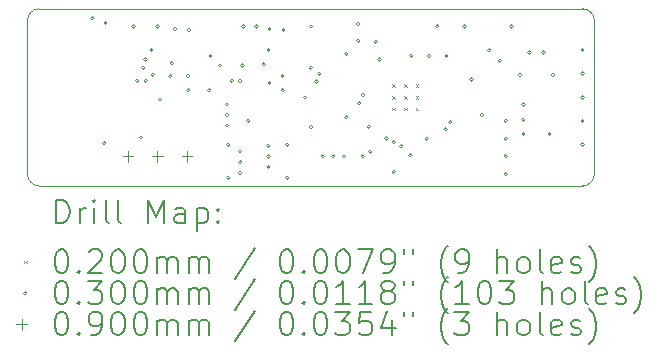
<source format=gbr>
%TF.GenerationSoftware,KiCad,Pcbnew,7.0.2*%
%TF.CreationDate,2024-01-22T16:16:29-06:00*%
%TF.ProjectId,imu-harvester,696d752d-6861-4727-9665-737465722e6b,rev?*%
%TF.SameCoordinates,Original*%
%TF.FileFunction,Drillmap*%
%TF.FilePolarity,Positive*%
%FSLAX45Y45*%
G04 Gerber Fmt 4.5, Leading zero omitted, Abs format (unit mm)*
G04 Created by KiCad (PCBNEW 7.0.2) date 2024-01-22 16:16:29*
%MOMM*%
%LPD*%
G01*
G04 APERTURE LIST*
%ADD10C,0.100000*%
%ADD11C,0.200000*%
%ADD12C,0.020000*%
%ADD13C,0.030000*%
%ADD14C,0.090000*%
G04 APERTURE END LIST*
D10*
X22400000Y-6250000D02*
X17800000Y-6250000D01*
X17800000Y-4750000D02*
X22400000Y-4750000D01*
X17800000Y-4750000D02*
G75*
G03*
X17700000Y-4850000I0J-100000D01*
G01*
X22500000Y-4850000D02*
G75*
G03*
X22400000Y-4750000I-100000J0D01*
G01*
X17700000Y-4850000D02*
X17700000Y-6150000D01*
X17700000Y-6150000D02*
G75*
G03*
X17800000Y-6250000I100000J0D01*
G01*
X22500000Y-6150000D02*
X22500000Y-4850000D01*
X22400000Y-6250000D02*
G75*
G03*
X22500000Y-6150000I0J100000D01*
G01*
D11*
D12*
X20790000Y-5390000D02*
X20810000Y-5410000D01*
X20810000Y-5390000D02*
X20790000Y-5410000D01*
X20790000Y-5490000D02*
X20810000Y-5510000D01*
X20810000Y-5490000D02*
X20790000Y-5510000D01*
X20790000Y-5590000D02*
X20810000Y-5610000D01*
X20810000Y-5590000D02*
X20790000Y-5610000D01*
X20890000Y-5390000D02*
X20910000Y-5410000D01*
X20910000Y-5390000D02*
X20890000Y-5410000D01*
X20890000Y-5490000D02*
X20910000Y-5510000D01*
X20910000Y-5490000D02*
X20890000Y-5510000D01*
X20890000Y-5590000D02*
X20910000Y-5610000D01*
X20910000Y-5590000D02*
X20890000Y-5610000D01*
X20990000Y-5390000D02*
X21010000Y-5410000D01*
X21010000Y-5390000D02*
X20990000Y-5410000D01*
X20990000Y-5490000D02*
X21010000Y-5510000D01*
X21010000Y-5490000D02*
X20990000Y-5510000D01*
X20990000Y-5590000D02*
X21010000Y-5610000D01*
X21010000Y-5590000D02*
X20990000Y-5610000D01*
D13*
X18265000Y-4830000D02*
G75*
G03*
X18265000Y-4830000I-15000J0D01*
G01*
X18365000Y-5890000D02*
G75*
G03*
X18365000Y-5890000I-15000J0D01*
G01*
X18375000Y-4870000D02*
G75*
G03*
X18375000Y-4870000I-15000J0D01*
G01*
X18615000Y-4900000D02*
G75*
G03*
X18615000Y-4900000I-15000J0D01*
G01*
X18645000Y-5360000D02*
G75*
G03*
X18645000Y-5360000I-15000J0D01*
G01*
X18675000Y-5840000D02*
G75*
G03*
X18675000Y-5840000I-15000J0D01*
G01*
X18695000Y-5250000D02*
G75*
G03*
X18695000Y-5250000I-15000J0D01*
G01*
X18715000Y-5180000D02*
G75*
G03*
X18715000Y-5180000I-15000J0D01*
G01*
X18715000Y-5360000D02*
G75*
G03*
X18715000Y-5360000I-15000J0D01*
G01*
X18765000Y-5100000D02*
G75*
G03*
X18765000Y-5100000I-15000J0D01*
G01*
X18775000Y-5310000D02*
G75*
G03*
X18775000Y-5310000I-15000J0D01*
G01*
X18815000Y-4900000D02*
G75*
G03*
X18815000Y-4900000I-15000J0D01*
G01*
X18838005Y-5519720D02*
G75*
G03*
X18838005Y-5519720I-15000J0D01*
G01*
X18925000Y-5320000D02*
G75*
G03*
X18925000Y-5320000I-15000J0D01*
G01*
X18936405Y-5211042D02*
G75*
G03*
X18936405Y-5211042I-15000J0D01*
G01*
X18965000Y-4920000D02*
G75*
G03*
X18965000Y-4920000I-15000J0D01*
G01*
X19075000Y-5320000D02*
G75*
G03*
X19075000Y-5320000I-15000J0D01*
G01*
X19075000Y-5440000D02*
G75*
G03*
X19075000Y-5440000I-15000J0D01*
G01*
X19085000Y-4930000D02*
G75*
G03*
X19085000Y-4930000I-15000J0D01*
G01*
X19255000Y-5440000D02*
G75*
G03*
X19255000Y-5440000I-15000J0D01*
G01*
X19265000Y-5150000D02*
G75*
G03*
X19265000Y-5150000I-15000J0D01*
G01*
X19345000Y-5230000D02*
G75*
G03*
X19345000Y-5230000I-15000J0D01*
G01*
X19405000Y-5560000D02*
G75*
G03*
X19405000Y-5560000I-15000J0D01*
G01*
X19405000Y-5650000D02*
G75*
G03*
X19405000Y-5650000I-15000J0D01*
G01*
X19405000Y-5740000D02*
G75*
G03*
X19405000Y-5740000I-15000J0D01*
G01*
X19415000Y-5900000D02*
G75*
G03*
X19415000Y-5900000I-15000J0D01*
G01*
X19415000Y-6180000D02*
G75*
G03*
X19415000Y-6180000I-15000J0D01*
G01*
X19445000Y-5360000D02*
G75*
G03*
X19445000Y-5360000I-15000J0D01*
G01*
X19515000Y-5360000D02*
G75*
G03*
X19515000Y-5360000I-15000J0D01*
G01*
X19515000Y-5960000D02*
G75*
G03*
X19515000Y-5960000I-15000J0D01*
G01*
X19515000Y-6050000D02*
G75*
G03*
X19515000Y-6050000I-15000J0D01*
G01*
X19515000Y-6140000D02*
G75*
G03*
X19515000Y-6140000I-15000J0D01*
G01*
X19535000Y-5230000D02*
G75*
G03*
X19535000Y-5230000I-15000J0D01*
G01*
X19545000Y-4900000D02*
G75*
G03*
X19545000Y-4900000I-15000J0D01*
G01*
X19585000Y-5700000D02*
G75*
G03*
X19585000Y-5700000I-15000J0D01*
G01*
X19655000Y-4900000D02*
G75*
G03*
X19655000Y-4900000I-15000J0D01*
G01*
X19715000Y-5220000D02*
G75*
G03*
X19715000Y-5220000I-15000J0D01*
G01*
X19755000Y-5100000D02*
G75*
G03*
X19755000Y-5100000I-15000J0D01*
G01*
X19755000Y-5910000D02*
G75*
G03*
X19755000Y-5910000I-15000J0D01*
G01*
X19755000Y-6000000D02*
G75*
G03*
X19755000Y-6000000I-15000J0D01*
G01*
X19755000Y-6090000D02*
G75*
G03*
X19755000Y-6090000I-15000J0D01*
G01*
X19765000Y-4920000D02*
G75*
G03*
X19765000Y-4920000I-15000J0D01*
G01*
X19765000Y-5380000D02*
G75*
G03*
X19765000Y-5380000I-15000J0D01*
G01*
X19875000Y-5320000D02*
G75*
G03*
X19875000Y-5320000I-15000J0D01*
G01*
X19875000Y-5440000D02*
G75*
G03*
X19875000Y-5440000I-15000J0D01*
G01*
X19885000Y-4930000D02*
G75*
G03*
X19885000Y-4930000I-15000J0D01*
G01*
X19915000Y-5900000D02*
G75*
G03*
X19915000Y-5900000I-15000J0D01*
G01*
X19915000Y-6180000D02*
G75*
G03*
X19915000Y-6180000I-15000J0D01*
G01*
X20065000Y-5500000D02*
G75*
G03*
X20065000Y-5500000I-15000J0D01*
G01*
X20113000Y-5250000D02*
G75*
G03*
X20113000Y-5250000I-15000J0D01*
G01*
X20115000Y-4900000D02*
G75*
G03*
X20115000Y-4900000I-15000J0D01*
G01*
X20115000Y-5750000D02*
G75*
G03*
X20115000Y-5750000I-15000J0D01*
G01*
X20163306Y-5365950D02*
G75*
G03*
X20163306Y-5365950I-15000J0D01*
G01*
X20185164Y-5299503D02*
G75*
G03*
X20185164Y-5299503I-15000J0D01*
G01*
X20215000Y-6000000D02*
G75*
G03*
X20215000Y-6000000I-15000J0D01*
G01*
X20305000Y-6000000D02*
G75*
G03*
X20305000Y-6000000I-15000J0D01*
G01*
X20395000Y-6000000D02*
G75*
G03*
X20395000Y-6000000I-15000J0D01*
G01*
X20415000Y-5130000D02*
G75*
G03*
X20415000Y-5130000I-15000J0D01*
G01*
X20415000Y-5670000D02*
G75*
G03*
X20415000Y-5670000I-15000J0D01*
G01*
X20515000Y-4880000D02*
G75*
G03*
X20515000Y-4880000I-15000J0D01*
G01*
X20515000Y-5020000D02*
G75*
G03*
X20515000Y-5020000I-15000J0D01*
G01*
X20525000Y-5550000D02*
G75*
G03*
X20525000Y-5550000I-15000J0D01*
G01*
X20555000Y-5480000D02*
G75*
G03*
X20555000Y-5480000I-15000J0D01*
G01*
X20555000Y-6000000D02*
G75*
G03*
X20555000Y-6000000I-15000J0D01*
G01*
X20605000Y-5750000D02*
G75*
G03*
X20605000Y-5750000I-15000J0D01*
G01*
X20617000Y-5960000D02*
G75*
G03*
X20617000Y-5960000I-15000J0D01*
G01*
X20665000Y-5030000D02*
G75*
G03*
X20665000Y-5030000I-15000J0D01*
G01*
X20695000Y-5180000D02*
G75*
G03*
X20695000Y-5180000I-15000J0D01*
G01*
X20755000Y-5850000D02*
G75*
G03*
X20755000Y-5850000I-15000J0D01*
G01*
X20815000Y-6130000D02*
G75*
G03*
X20815000Y-6130000I-15000J0D01*
G01*
X20817565Y-5881283D02*
G75*
G03*
X20817565Y-5881283I-15000J0D01*
G01*
X20880131Y-5912565D02*
G75*
G03*
X20880131Y-5912565I-15000J0D01*
G01*
X20955000Y-5990000D02*
G75*
G03*
X20955000Y-5990000I-15000J0D01*
G01*
X20965000Y-5150000D02*
G75*
G03*
X20965000Y-5150000I-15000J0D01*
G01*
X21095000Y-5850000D02*
G75*
G03*
X21095000Y-5850000I-15000J0D01*
G01*
X21115000Y-5150000D02*
G75*
G03*
X21115000Y-5150000I-15000J0D01*
G01*
X21185000Y-4900000D02*
G75*
G03*
X21185000Y-4900000I-15000J0D01*
G01*
X21255000Y-5770000D02*
G75*
G03*
X21255000Y-5770000I-15000J0D01*
G01*
X21265000Y-5150000D02*
G75*
G03*
X21265000Y-5150000I-15000J0D01*
G01*
X21295000Y-5710000D02*
G75*
G03*
X21295000Y-5710000I-15000J0D01*
G01*
X21415000Y-4900000D02*
G75*
G03*
X21415000Y-4900000I-15000J0D01*
G01*
X21475000Y-5350000D02*
G75*
G03*
X21475000Y-5350000I-15000J0D01*
G01*
X21565000Y-5650000D02*
G75*
G03*
X21565000Y-5650000I-15000J0D01*
G01*
X21625000Y-5100000D02*
G75*
G03*
X21625000Y-5100000I-15000J0D01*
G01*
X21715000Y-5190000D02*
G75*
G03*
X21715000Y-5190000I-15000J0D01*
G01*
X21765000Y-5700000D02*
G75*
G03*
X21765000Y-5700000I-15000J0D01*
G01*
X21765000Y-5850000D02*
G75*
G03*
X21765000Y-5850000I-15000J0D01*
G01*
X21765000Y-6000000D02*
G75*
G03*
X21765000Y-6000000I-15000J0D01*
G01*
X21765000Y-6150000D02*
G75*
G03*
X21765000Y-6150000I-15000J0D01*
G01*
X21815000Y-4900000D02*
G75*
G03*
X21815000Y-4900000I-15000J0D01*
G01*
X21885000Y-5310000D02*
G75*
G03*
X21885000Y-5310000I-15000J0D01*
G01*
X21915000Y-5560000D02*
G75*
G03*
X21915000Y-5560000I-15000J0D01*
G01*
X21915000Y-5690000D02*
G75*
G03*
X21915000Y-5690000I-15000J0D01*
G01*
X21915000Y-5810000D02*
G75*
G03*
X21915000Y-5810000I-15000J0D01*
G01*
X21965000Y-5120000D02*
G75*
G03*
X21965000Y-5120000I-15000J0D01*
G01*
X22085000Y-5120000D02*
G75*
G03*
X22085000Y-5120000I-15000J0D01*
G01*
X22135000Y-5810000D02*
G75*
G03*
X22135000Y-5810000I-15000J0D01*
G01*
X22165000Y-5310000D02*
G75*
G03*
X22165000Y-5310000I-15000J0D01*
G01*
X22415000Y-5100000D02*
G75*
G03*
X22415000Y-5100000I-15000J0D01*
G01*
X22415000Y-5300000D02*
G75*
G03*
X22415000Y-5300000I-15000J0D01*
G01*
X22415000Y-5500000D02*
G75*
G03*
X22415000Y-5500000I-15000J0D01*
G01*
X22415000Y-5700000D02*
G75*
G03*
X22415000Y-5700000I-15000J0D01*
G01*
X22415000Y-5900000D02*
G75*
G03*
X22415000Y-5900000I-15000J0D01*
G01*
D14*
X18550000Y-5955000D02*
X18550000Y-6045000D01*
X18505000Y-6000000D02*
X18595000Y-6000000D01*
X18800000Y-5955000D02*
X18800000Y-6045000D01*
X18755000Y-6000000D02*
X18845000Y-6000000D01*
X19050000Y-5955000D02*
X19050000Y-6045000D01*
X19005000Y-6000000D02*
X19095000Y-6000000D01*
D11*
X17942619Y-6567524D02*
X17942619Y-6367524D01*
X17942619Y-6367524D02*
X17990238Y-6367524D01*
X17990238Y-6367524D02*
X18018810Y-6377047D01*
X18018810Y-6377047D02*
X18037857Y-6396095D01*
X18037857Y-6396095D02*
X18047381Y-6415143D01*
X18047381Y-6415143D02*
X18056905Y-6453238D01*
X18056905Y-6453238D02*
X18056905Y-6481809D01*
X18056905Y-6481809D02*
X18047381Y-6519905D01*
X18047381Y-6519905D02*
X18037857Y-6538952D01*
X18037857Y-6538952D02*
X18018810Y-6558000D01*
X18018810Y-6558000D02*
X17990238Y-6567524D01*
X17990238Y-6567524D02*
X17942619Y-6567524D01*
X18142619Y-6567524D02*
X18142619Y-6434190D01*
X18142619Y-6472286D02*
X18152143Y-6453238D01*
X18152143Y-6453238D02*
X18161667Y-6443714D01*
X18161667Y-6443714D02*
X18180714Y-6434190D01*
X18180714Y-6434190D02*
X18199762Y-6434190D01*
X18266429Y-6567524D02*
X18266429Y-6434190D01*
X18266429Y-6367524D02*
X18256905Y-6377047D01*
X18256905Y-6377047D02*
X18266429Y-6386571D01*
X18266429Y-6386571D02*
X18275952Y-6377047D01*
X18275952Y-6377047D02*
X18266429Y-6367524D01*
X18266429Y-6367524D02*
X18266429Y-6386571D01*
X18390238Y-6567524D02*
X18371190Y-6558000D01*
X18371190Y-6558000D02*
X18361667Y-6538952D01*
X18361667Y-6538952D02*
X18361667Y-6367524D01*
X18495000Y-6567524D02*
X18475952Y-6558000D01*
X18475952Y-6558000D02*
X18466429Y-6538952D01*
X18466429Y-6538952D02*
X18466429Y-6367524D01*
X18723571Y-6567524D02*
X18723571Y-6367524D01*
X18723571Y-6367524D02*
X18790238Y-6510381D01*
X18790238Y-6510381D02*
X18856905Y-6367524D01*
X18856905Y-6367524D02*
X18856905Y-6567524D01*
X19037857Y-6567524D02*
X19037857Y-6462762D01*
X19037857Y-6462762D02*
X19028333Y-6443714D01*
X19028333Y-6443714D02*
X19009286Y-6434190D01*
X19009286Y-6434190D02*
X18971190Y-6434190D01*
X18971190Y-6434190D02*
X18952143Y-6443714D01*
X19037857Y-6558000D02*
X19018810Y-6567524D01*
X19018810Y-6567524D02*
X18971190Y-6567524D01*
X18971190Y-6567524D02*
X18952143Y-6558000D01*
X18952143Y-6558000D02*
X18942619Y-6538952D01*
X18942619Y-6538952D02*
X18942619Y-6519905D01*
X18942619Y-6519905D02*
X18952143Y-6500857D01*
X18952143Y-6500857D02*
X18971190Y-6491333D01*
X18971190Y-6491333D02*
X19018810Y-6491333D01*
X19018810Y-6491333D02*
X19037857Y-6481809D01*
X19133095Y-6434190D02*
X19133095Y-6634190D01*
X19133095Y-6443714D02*
X19152143Y-6434190D01*
X19152143Y-6434190D02*
X19190238Y-6434190D01*
X19190238Y-6434190D02*
X19209286Y-6443714D01*
X19209286Y-6443714D02*
X19218810Y-6453238D01*
X19218810Y-6453238D02*
X19228333Y-6472286D01*
X19228333Y-6472286D02*
X19228333Y-6529428D01*
X19228333Y-6529428D02*
X19218810Y-6548476D01*
X19218810Y-6548476D02*
X19209286Y-6558000D01*
X19209286Y-6558000D02*
X19190238Y-6567524D01*
X19190238Y-6567524D02*
X19152143Y-6567524D01*
X19152143Y-6567524D02*
X19133095Y-6558000D01*
X19314048Y-6548476D02*
X19323571Y-6558000D01*
X19323571Y-6558000D02*
X19314048Y-6567524D01*
X19314048Y-6567524D02*
X19304524Y-6558000D01*
X19304524Y-6558000D02*
X19314048Y-6548476D01*
X19314048Y-6548476D02*
X19314048Y-6567524D01*
X19314048Y-6443714D02*
X19323571Y-6453238D01*
X19323571Y-6453238D02*
X19314048Y-6462762D01*
X19314048Y-6462762D02*
X19304524Y-6453238D01*
X19304524Y-6453238D02*
X19314048Y-6443714D01*
X19314048Y-6443714D02*
X19314048Y-6462762D01*
D12*
X17675000Y-6885000D02*
X17695000Y-6905000D01*
X17695000Y-6885000D02*
X17675000Y-6905000D01*
D11*
X17980714Y-6787524D02*
X17999762Y-6787524D01*
X17999762Y-6787524D02*
X18018810Y-6797047D01*
X18018810Y-6797047D02*
X18028333Y-6806571D01*
X18028333Y-6806571D02*
X18037857Y-6825619D01*
X18037857Y-6825619D02*
X18047381Y-6863714D01*
X18047381Y-6863714D02*
X18047381Y-6911333D01*
X18047381Y-6911333D02*
X18037857Y-6949428D01*
X18037857Y-6949428D02*
X18028333Y-6968476D01*
X18028333Y-6968476D02*
X18018810Y-6978000D01*
X18018810Y-6978000D02*
X17999762Y-6987524D01*
X17999762Y-6987524D02*
X17980714Y-6987524D01*
X17980714Y-6987524D02*
X17961667Y-6978000D01*
X17961667Y-6978000D02*
X17952143Y-6968476D01*
X17952143Y-6968476D02*
X17942619Y-6949428D01*
X17942619Y-6949428D02*
X17933095Y-6911333D01*
X17933095Y-6911333D02*
X17933095Y-6863714D01*
X17933095Y-6863714D02*
X17942619Y-6825619D01*
X17942619Y-6825619D02*
X17952143Y-6806571D01*
X17952143Y-6806571D02*
X17961667Y-6797047D01*
X17961667Y-6797047D02*
X17980714Y-6787524D01*
X18133095Y-6968476D02*
X18142619Y-6978000D01*
X18142619Y-6978000D02*
X18133095Y-6987524D01*
X18133095Y-6987524D02*
X18123571Y-6978000D01*
X18123571Y-6978000D02*
X18133095Y-6968476D01*
X18133095Y-6968476D02*
X18133095Y-6987524D01*
X18218810Y-6806571D02*
X18228333Y-6797047D01*
X18228333Y-6797047D02*
X18247381Y-6787524D01*
X18247381Y-6787524D02*
X18295000Y-6787524D01*
X18295000Y-6787524D02*
X18314048Y-6797047D01*
X18314048Y-6797047D02*
X18323571Y-6806571D01*
X18323571Y-6806571D02*
X18333095Y-6825619D01*
X18333095Y-6825619D02*
X18333095Y-6844666D01*
X18333095Y-6844666D02*
X18323571Y-6873238D01*
X18323571Y-6873238D02*
X18209286Y-6987524D01*
X18209286Y-6987524D02*
X18333095Y-6987524D01*
X18456905Y-6787524D02*
X18475952Y-6787524D01*
X18475952Y-6787524D02*
X18495000Y-6797047D01*
X18495000Y-6797047D02*
X18504524Y-6806571D01*
X18504524Y-6806571D02*
X18514048Y-6825619D01*
X18514048Y-6825619D02*
X18523571Y-6863714D01*
X18523571Y-6863714D02*
X18523571Y-6911333D01*
X18523571Y-6911333D02*
X18514048Y-6949428D01*
X18514048Y-6949428D02*
X18504524Y-6968476D01*
X18504524Y-6968476D02*
X18495000Y-6978000D01*
X18495000Y-6978000D02*
X18475952Y-6987524D01*
X18475952Y-6987524D02*
X18456905Y-6987524D01*
X18456905Y-6987524D02*
X18437857Y-6978000D01*
X18437857Y-6978000D02*
X18428333Y-6968476D01*
X18428333Y-6968476D02*
X18418810Y-6949428D01*
X18418810Y-6949428D02*
X18409286Y-6911333D01*
X18409286Y-6911333D02*
X18409286Y-6863714D01*
X18409286Y-6863714D02*
X18418810Y-6825619D01*
X18418810Y-6825619D02*
X18428333Y-6806571D01*
X18428333Y-6806571D02*
X18437857Y-6797047D01*
X18437857Y-6797047D02*
X18456905Y-6787524D01*
X18647381Y-6787524D02*
X18666429Y-6787524D01*
X18666429Y-6787524D02*
X18685476Y-6797047D01*
X18685476Y-6797047D02*
X18695000Y-6806571D01*
X18695000Y-6806571D02*
X18704524Y-6825619D01*
X18704524Y-6825619D02*
X18714048Y-6863714D01*
X18714048Y-6863714D02*
X18714048Y-6911333D01*
X18714048Y-6911333D02*
X18704524Y-6949428D01*
X18704524Y-6949428D02*
X18695000Y-6968476D01*
X18695000Y-6968476D02*
X18685476Y-6978000D01*
X18685476Y-6978000D02*
X18666429Y-6987524D01*
X18666429Y-6987524D02*
X18647381Y-6987524D01*
X18647381Y-6987524D02*
X18628333Y-6978000D01*
X18628333Y-6978000D02*
X18618810Y-6968476D01*
X18618810Y-6968476D02*
X18609286Y-6949428D01*
X18609286Y-6949428D02*
X18599762Y-6911333D01*
X18599762Y-6911333D02*
X18599762Y-6863714D01*
X18599762Y-6863714D02*
X18609286Y-6825619D01*
X18609286Y-6825619D02*
X18618810Y-6806571D01*
X18618810Y-6806571D02*
X18628333Y-6797047D01*
X18628333Y-6797047D02*
X18647381Y-6787524D01*
X18799762Y-6987524D02*
X18799762Y-6854190D01*
X18799762Y-6873238D02*
X18809286Y-6863714D01*
X18809286Y-6863714D02*
X18828333Y-6854190D01*
X18828333Y-6854190D02*
X18856905Y-6854190D01*
X18856905Y-6854190D02*
X18875952Y-6863714D01*
X18875952Y-6863714D02*
X18885476Y-6882762D01*
X18885476Y-6882762D02*
X18885476Y-6987524D01*
X18885476Y-6882762D02*
X18895000Y-6863714D01*
X18895000Y-6863714D02*
X18914048Y-6854190D01*
X18914048Y-6854190D02*
X18942619Y-6854190D01*
X18942619Y-6854190D02*
X18961667Y-6863714D01*
X18961667Y-6863714D02*
X18971191Y-6882762D01*
X18971191Y-6882762D02*
X18971191Y-6987524D01*
X19066429Y-6987524D02*
X19066429Y-6854190D01*
X19066429Y-6873238D02*
X19075952Y-6863714D01*
X19075952Y-6863714D02*
X19095000Y-6854190D01*
X19095000Y-6854190D02*
X19123572Y-6854190D01*
X19123572Y-6854190D02*
X19142619Y-6863714D01*
X19142619Y-6863714D02*
X19152143Y-6882762D01*
X19152143Y-6882762D02*
X19152143Y-6987524D01*
X19152143Y-6882762D02*
X19161667Y-6863714D01*
X19161667Y-6863714D02*
X19180714Y-6854190D01*
X19180714Y-6854190D02*
X19209286Y-6854190D01*
X19209286Y-6854190D02*
X19228333Y-6863714D01*
X19228333Y-6863714D02*
X19237857Y-6882762D01*
X19237857Y-6882762D02*
X19237857Y-6987524D01*
X19628333Y-6778000D02*
X19456905Y-7035143D01*
X19885476Y-6787524D02*
X19904524Y-6787524D01*
X19904524Y-6787524D02*
X19923572Y-6797047D01*
X19923572Y-6797047D02*
X19933095Y-6806571D01*
X19933095Y-6806571D02*
X19942619Y-6825619D01*
X19942619Y-6825619D02*
X19952143Y-6863714D01*
X19952143Y-6863714D02*
X19952143Y-6911333D01*
X19952143Y-6911333D02*
X19942619Y-6949428D01*
X19942619Y-6949428D02*
X19933095Y-6968476D01*
X19933095Y-6968476D02*
X19923572Y-6978000D01*
X19923572Y-6978000D02*
X19904524Y-6987524D01*
X19904524Y-6987524D02*
X19885476Y-6987524D01*
X19885476Y-6987524D02*
X19866429Y-6978000D01*
X19866429Y-6978000D02*
X19856905Y-6968476D01*
X19856905Y-6968476D02*
X19847381Y-6949428D01*
X19847381Y-6949428D02*
X19837857Y-6911333D01*
X19837857Y-6911333D02*
X19837857Y-6863714D01*
X19837857Y-6863714D02*
X19847381Y-6825619D01*
X19847381Y-6825619D02*
X19856905Y-6806571D01*
X19856905Y-6806571D02*
X19866429Y-6797047D01*
X19866429Y-6797047D02*
X19885476Y-6787524D01*
X20037857Y-6968476D02*
X20047381Y-6978000D01*
X20047381Y-6978000D02*
X20037857Y-6987524D01*
X20037857Y-6987524D02*
X20028334Y-6978000D01*
X20028334Y-6978000D02*
X20037857Y-6968476D01*
X20037857Y-6968476D02*
X20037857Y-6987524D01*
X20171191Y-6787524D02*
X20190238Y-6787524D01*
X20190238Y-6787524D02*
X20209286Y-6797047D01*
X20209286Y-6797047D02*
X20218810Y-6806571D01*
X20218810Y-6806571D02*
X20228334Y-6825619D01*
X20228334Y-6825619D02*
X20237857Y-6863714D01*
X20237857Y-6863714D02*
X20237857Y-6911333D01*
X20237857Y-6911333D02*
X20228334Y-6949428D01*
X20228334Y-6949428D02*
X20218810Y-6968476D01*
X20218810Y-6968476D02*
X20209286Y-6978000D01*
X20209286Y-6978000D02*
X20190238Y-6987524D01*
X20190238Y-6987524D02*
X20171191Y-6987524D01*
X20171191Y-6987524D02*
X20152143Y-6978000D01*
X20152143Y-6978000D02*
X20142619Y-6968476D01*
X20142619Y-6968476D02*
X20133095Y-6949428D01*
X20133095Y-6949428D02*
X20123572Y-6911333D01*
X20123572Y-6911333D02*
X20123572Y-6863714D01*
X20123572Y-6863714D02*
X20133095Y-6825619D01*
X20133095Y-6825619D02*
X20142619Y-6806571D01*
X20142619Y-6806571D02*
X20152143Y-6797047D01*
X20152143Y-6797047D02*
X20171191Y-6787524D01*
X20361667Y-6787524D02*
X20380715Y-6787524D01*
X20380715Y-6787524D02*
X20399762Y-6797047D01*
X20399762Y-6797047D02*
X20409286Y-6806571D01*
X20409286Y-6806571D02*
X20418810Y-6825619D01*
X20418810Y-6825619D02*
X20428334Y-6863714D01*
X20428334Y-6863714D02*
X20428334Y-6911333D01*
X20428334Y-6911333D02*
X20418810Y-6949428D01*
X20418810Y-6949428D02*
X20409286Y-6968476D01*
X20409286Y-6968476D02*
X20399762Y-6978000D01*
X20399762Y-6978000D02*
X20380715Y-6987524D01*
X20380715Y-6987524D02*
X20361667Y-6987524D01*
X20361667Y-6987524D02*
X20342619Y-6978000D01*
X20342619Y-6978000D02*
X20333095Y-6968476D01*
X20333095Y-6968476D02*
X20323572Y-6949428D01*
X20323572Y-6949428D02*
X20314048Y-6911333D01*
X20314048Y-6911333D02*
X20314048Y-6863714D01*
X20314048Y-6863714D02*
X20323572Y-6825619D01*
X20323572Y-6825619D02*
X20333095Y-6806571D01*
X20333095Y-6806571D02*
X20342619Y-6797047D01*
X20342619Y-6797047D02*
X20361667Y-6787524D01*
X20495000Y-6787524D02*
X20628334Y-6787524D01*
X20628334Y-6787524D02*
X20542619Y-6987524D01*
X20714048Y-6987524D02*
X20752143Y-6987524D01*
X20752143Y-6987524D02*
X20771191Y-6978000D01*
X20771191Y-6978000D02*
X20780715Y-6968476D01*
X20780715Y-6968476D02*
X20799762Y-6939905D01*
X20799762Y-6939905D02*
X20809286Y-6901809D01*
X20809286Y-6901809D02*
X20809286Y-6825619D01*
X20809286Y-6825619D02*
X20799762Y-6806571D01*
X20799762Y-6806571D02*
X20790238Y-6797047D01*
X20790238Y-6797047D02*
X20771191Y-6787524D01*
X20771191Y-6787524D02*
X20733095Y-6787524D01*
X20733095Y-6787524D02*
X20714048Y-6797047D01*
X20714048Y-6797047D02*
X20704524Y-6806571D01*
X20704524Y-6806571D02*
X20695000Y-6825619D01*
X20695000Y-6825619D02*
X20695000Y-6873238D01*
X20695000Y-6873238D02*
X20704524Y-6892286D01*
X20704524Y-6892286D02*
X20714048Y-6901809D01*
X20714048Y-6901809D02*
X20733095Y-6911333D01*
X20733095Y-6911333D02*
X20771191Y-6911333D01*
X20771191Y-6911333D02*
X20790238Y-6901809D01*
X20790238Y-6901809D02*
X20799762Y-6892286D01*
X20799762Y-6892286D02*
X20809286Y-6873238D01*
X20885476Y-6787524D02*
X20885476Y-6825619D01*
X20961667Y-6787524D02*
X20961667Y-6825619D01*
X21256905Y-7063714D02*
X21247381Y-7054190D01*
X21247381Y-7054190D02*
X21228334Y-7025619D01*
X21228334Y-7025619D02*
X21218810Y-7006571D01*
X21218810Y-7006571D02*
X21209286Y-6978000D01*
X21209286Y-6978000D02*
X21199762Y-6930381D01*
X21199762Y-6930381D02*
X21199762Y-6892286D01*
X21199762Y-6892286D02*
X21209286Y-6844666D01*
X21209286Y-6844666D02*
X21218810Y-6816095D01*
X21218810Y-6816095D02*
X21228334Y-6797047D01*
X21228334Y-6797047D02*
X21247381Y-6768476D01*
X21247381Y-6768476D02*
X21256905Y-6758952D01*
X21342619Y-6987524D02*
X21380715Y-6987524D01*
X21380715Y-6987524D02*
X21399762Y-6978000D01*
X21399762Y-6978000D02*
X21409286Y-6968476D01*
X21409286Y-6968476D02*
X21428334Y-6939905D01*
X21428334Y-6939905D02*
X21437857Y-6901809D01*
X21437857Y-6901809D02*
X21437857Y-6825619D01*
X21437857Y-6825619D02*
X21428334Y-6806571D01*
X21428334Y-6806571D02*
X21418810Y-6797047D01*
X21418810Y-6797047D02*
X21399762Y-6787524D01*
X21399762Y-6787524D02*
X21361667Y-6787524D01*
X21361667Y-6787524D02*
X21342619Y-6797047D01*
X21342619Y-6797047D02*
X21333096Y-6806571D01*
X21333096Y-6806571D02*
X21323572Y-6825619D01*
X21323572Y-6825619D02*
X21323572Y-6873238D01*
X21323572Y-6873238D02*
X21333096Y-6892286D01*
X21333096Y-6892286D02*
X21342619Y-6901809D01*
X21342619Y-6901809D02*
X21361667Y-6911333D01*
X21361667Y-6911333D02*
X21399762Y-6911333D01*
X21399762Y-6911333D02*
X21418810Y-6901809D01*
X21418810Y-6901809D02*
X21428334Y-6892286D01*
X21428334Y-6892286D02*
X21437857Y-6873238D01*
X21675953Y-6987524D02*
X21675953Y-6787524D01*
X21761667Y-6987524D02*
X21761667Y-6882762D01*
X21761667Y-6882762D02*
X21752143Y-6863714D01*
X21752143Y-6863714D02*
X21733096Y-6854190D01*
X21733096Y-6854190D02*
X21704524Y-6854190D01*
X21704524Y-6854190D02*
X21685477Y-6863714D01*
X21685477Y-6863714D02*
X21675953Y-6873238D01*
X21885477Y-6987524D02*
X21866429Y-6978000D01*
X21866429Y-6978000D02*
X21856905Y-6968476D01*
X21856905Y-6968476D02*
X21847381Y-6949428D01*
X21847381Y-6949428D02*
X21847381Y-6892286D01*
X21847381Y-6892286D02*
X21856905Y-6873238D01*
X21856905Y-6873238D02*
X21866429Y-6863714D01*
X21866429Y-6863714D02*
X21885477Y-6854190D01*
X21885477Y-6854190D02*
X21914048Y-6854190D01*
X21914048Y-6854190D02*
X21933096Y-6863714D01*
X21933096Y-6863714D02*
X21942619Y-6873238D01*
X21942619Y-6873238D02*
X21952143Y-6892286D01*
X21952143Y-6892286D02*
X21952143Y-6949428D01*
X21952143Y-6949428D02*
X21942619Y-6968476D01*
X21942619Y-6968476D02*
X21933096Y-6978000D01*
X21933096Y-6978000D02*
X21914048Y-6987524D01*
X21914048Y-6987524D02*
X21885477Y-6987524D01*
X22066429Y-6987524D02*
X22047381Y-6978000D01*
X22047381Y-6978000D02*
X22037858Y-6958952D01*
X22037858Y-6958952D02*
X22037858Y-6787524D01*
X22218810Y-6978000D02*
X22199762Y-6987524D01*
X22199762Y-6987524D02*
X22161667Y-6987524D01*
X22161667Y-6987524D02*
X22142619Y-6978000D01*
X22142619Y-6978000D02*
X22133096Y-6958952D01*
X22133096Y-6958952D02*
X22133096Y-6882762D01*
X22133096Y-6882762D02*
X22142619Y-6863714D01*
X22142619Y-6863714D02*
X22161667Y-6854190D01*
X22161667Y-6854190D02*
X22199762Y-6854190D01*
X22199762Y-6854190D02*
X22218810Y-6863714D01*
X22218810Y-6863714D02*
X22228334Y-6882762D01*
X22228334Y-6882762D02*
X22228334Y-6901809D01*
X22228334Y-6901809D02*
X22133096Y-6920857D01*
X22304524Y-6978000D02*
X22323572Y-6987524D01*
X22323572Y-6987524D02*
X22361667Y-6987524D01*
X22361667Y-6987524D02*
X22380715Y-6978000D01*
X22380715Y-6978000D02*
X22390238Y-6958952D01*
X22390238Y-6958952D02*
X22390238Y-6949428D01*
X22390238Y-6949428D02*
X22380715Y-6930381D01*
X22380715Y-6930381D02*
X22361667Y-6920857D01*
X22361667Y-6920857D02*
X22333096Y-6920857D01*
X22333096Y-6920857D02*
X22314048Y-6911333D01*
X22314048Y-6911333D02*
X22304524Y-6892286D01*
X22304524Y-6892286D02*
X22304524Y-6882762D01*
X22304524Y-6882762D02*
X22314048Y-6863714D01*
X22314048Y-6863714D02*
X22333096Y-6854190D01*
X22333096Y-6854190D02*
X22361667Y-6854190D01*
X22361667Y-6854190D02*
X22380715Y-6863714D01*
X22456905Y-7063714D02*
X22466429Y-7054190D01*
X22466429Y-7054190D02*
X22485477Y-7025619D01*
X22485477Y-7025619D02*
X22495000Y-7006571D01*
X22495000Y-7006571D02*
X22504524Y-6978000D01*
X22504524Y-6978000D02*
X22514048Y-6930381D01*
X22514048Y-6930381D02*
X22514048Y-6892286D01*
X22514048Y-6892286D02*
X22504524Y-6844666D01*
X22504524Y-6844666D02*
X22495000Y-6816095D01*
X22495000Y-6816095D02*
X22485477Y-6797047D01*
X22485477Y-6797047D02*
X22466429Y-6768476D01*
X22466429Y-6768476D02*
X22456905Y-6758952D01*
D13*
X17695000Y-7159000D02*
G75*
G03*
X17695000Y-7159000I-15000J0D01*
G01*
D11*
X17980714Y-7051524D02*
X17999762Y-7051524D01*
X17999762Y-7051524D02*
X18018810Y-7061047D01*
X18018810Y-7061047D02*
X18028333Y-7070571D01*
X18028333Y-7070571D02*
X18037857Y-7089619D01*
X18037857Y-7089619D02*
X18047381Y-7127714D01*
X18047381Y-7127714D02*
X18047381Y-7175333D01*
X18047381Y-7175333D02*
X18037857Y-7213428D01*
X18037857Y-7213428D02*
X18028333Y-7232476D01*
X18028333Y-7232476D02*
X18018810Y-7242000D01*
X18018810Y-7242000D02*
X17999762Y-7251524D01*
X17999762Y-7251524D02*
X17980714Y-7251524D01*
X17980714Y-7251524D02*
X17961667Y-7242000D01*
X17961667Y-7242000D02*
X17952143Y-7232476D01*
X17952143Y-7232476D02*
X17942619Y-7213428D01*
X17942619Y-7213428D02*
X17933095Y-7175333D01*
X17933095Y-7175333D02*
X17933095Y-7127714D01*
X17933095Y-7127714D02*
X17942619Y-7089619D01*
X17942619Y-7089619D02*
X17952143Y-7070571D01*
X17952143Y-7070571D02*
X17961667Y-7061047D01*
X17961667Y-7061047D02*
X17980714Y-7051524D01*
X18133095Y-7232476D02*
X18142619Y-7242000D01*
X18142619Y-7242000D02*
X18133095Y-7251524D01*
X18133095Y-7251524D02*
X18123571Y-7242000D01*
X18123571Y-7242000D02*
X18133095Y-7232476D01*
X18133095Y-7232476D02*
X18133095Y-7251524D01*
X18209286Y-7051524D02*
X18333095Y-7051524D01*
X18333095Y-7051524D02*
X18266429Y-7127714D01*
X18266429Y-7127714D02*
X18295000Y-7127714D01*
X18295000Y-7127714D02*
X18314048Y-7137238D01*
X18314048Y-7137238D02*
X18323571Y-7146762D01*
X18323571Y-7146762D02*
X18333095Y-7165809D01*
X18333095Y-7165809D02*
X18333095Y-7213428D01*
X18333095Y-7213428D02*
X18323571Y-7232476D01*
X18323571Y-7232476D02*
X18314048Y-7242000D01*
X18314048Y-7242000D02*
X18295000Y-7251524D01*
X18295000Y-7251524D02*
X18237857Y-7251524D01*
X18237857Y-7251524D02*
X18218810Y-7242000D01*
X18218810Y-7242000D02*
X18209286Y-7232476D01*
X18456905Y-7051524D02*
X18475952Y-7051524D01*
X18475952Y-7051524D02*
X18495000Y-7061047D01*
X18495000Y-7061047D02*
X18504524Y-7070571D01*
X18504524Y-7070571D02*
X18514048Y-7089619D01*
X18514048Y-7089619D02*
X18523571Y-7127714D01*
X18523571Y-7127714D02*
X18523571Y-7175333D01*
X18523571Y-7175333D02*
X18514048Y-7213428D01*
X18514048Y-7213428D02*
X18504524Y-7232476D01*
X18504524Y-7232476D02*
X18495000Y-7242000D01*
X18495000Y-7242000D02*
X18475952Y-7251524D01*
X18475952Y-7251524D02*
X18456905Y-7251524D01*
X18456905Y-7251524D02*
X18437857Y-7242000D01*
X18437857Y-7242000D02*
X18428333Y-7232476D01*
X18428333Y-7232476D02*
X18418810Y-7213428D01*
X18418810Y-7213428D02*
X18409286Y-7175333D01*
X18409286Y-7175333D02*
X18409286Y-7127714D01*
X18409286Y-7127714D02*
X18418810Y-7089619D01*
X18418810Y-7089619D02*
X18428333Y-7070571D01*
X18428333Y-7070571D02*
X18437857Y-7061047D01*
X18437857Y-7061047D02*
X18456905Y-7051524D01*
X18647381Y-7051524D02*
X18666429Y-7051524D01*
X18666429Y-7051524D02*
X18685476Y-7061047D01*
X18685476Y-7061047D02*
X18695000Y-7070571D01*
X18695000Y-7070571D02*
X18704524Y-7089619D01*
X18704524Y-7089619D02*
X18714048Y-7127714D01*
X18714048Y-7127714D02*
X18714048Y-7175333D01*
X18714048Y-7175333D02*
X18704524Y-7213428D01*
X18704524Y-7213428D02*
X18695000Y-7232476D01*
X18695000Y-7232476D02*
X18685476Y-7242000D01*
X18685476Y-7242000D02*
X18666429Y-7251524D01*
X18666429Y-7251524D02*
X18647381Y-7251524D01*
X18647381Y-7251524D02*
X18628333Y-7242000D01*
X18628333Y-7242000D02*
X18618810Y-7232476D01*
X18618810Y-7232476D02*
X18609286Y-7213428D01*
X18609286Y-7213428D02*
X18599762Y-7175333D01*
X18599762Y-7175333D02*
X18599762Y-7127714D01*
X18599762Y-7127714D02*
X18609286Y-7089619D01*
X18609286Y-7089619D02*
X18618810Y-7070571D01*
X18618810Y-7070571D02*
X18628333Y-7061047D01*
X18628333Y-7061047D02*
X18647381Y-7051524D01*
X18799762Y-7251524D02*
X18799762Y-7118190D01*
X18799762Y-7137238D02*
X18809286Y-7127714D01*
X18809286Y-7127714D02*
X18828333Y-7118190D01*
X18828333Y-7118190D02*
X18856905Y-7118190D01*
X18856905Y-7118190D02*
X18875952Y-7127714D01*
X18875952Y-7127714D02*
X18885476Y-7146762D01*
X18885476Y-7146762D02*
X18885476Y-7251524D01*
X18885476Y-7146762D02*
X18895000Y-7127714D01*
X18895000Y-7127714D02*
X18914048Y-7118190D01*
X18914048Y-7118190D02*
X18942619Y-7118190D01*
X18942619Y-7118190D02*
X18961667Y-7127714D01*
X18961667Y-7127714D02*
X18971191Y-7146762D01*
X18971191Y-7146762D02*
X18971191Y-7251524D01*
X19066429Y-7251524D02*
X19066429Y-7118190D01*
X19066429Y-7137238D02*
X19075952Y-7127714D01*
X19075952Y-7127714D02*
X19095000Y-7118190D01*
X19095000Y-7118190D02*
X19123572Y-7118190D01*
X19123572Y-7118190D02*
X19142619Y-7127714D01*
X19142619Y-7127714D02*
X19152143Y-7146762D01*
X19152143Y-7146762D02*
X19152143Y-7251524D01*
X19152143Y-7146762D02*
X19161667Y-7127714D01*
X19161667Y-7127714D02*
X19180714Y-7118190D01*
X19180714Y-7118190D02*
X19209286Y-7118190D01*
X19209286Y-7118190D02*
X19228333Y-7127714D01*
X19228333Y-7127714D02*
X19237857Y-7146762D01*
X19237857Y-7146762D02*
X19237857Y-7251524D01*
X19628333Y-7042000D02*
X19456905Y-7299143D01*
X19885476Y-7051524D02*
X19904524Y-7051524D01*
X19904524Y-7051524D02*
X19923572Y-7061047D01*
X19923572Y-7061047D02*
X19933095Y-7070571D01*
X19933095Y-7070571D02*
X19942619Y-7089619D01*
X19942619Y-7089619D02*
X19952143Y-7127714D01*
X19952143Y-7127714D02*
X19952143Y-7175333D01*
X19952143Y-7175333D02*
X19942619Y-7213428D01*
X19942619Y-7213428D02*
X19933095Y-7232476D01*
X19933095Y-7232476D02*
X19923572Y-7242000D01*
X19923572Y-7242000D02*
X19904524Y-7251524D01*
X19904524Y-7251524D02*
X19885476Y-7251524D01*
X19885476Y-7251524D02*
X19866429Y-7242000D01*
X19866429Y-7242000D02*
X19856905Y-7232476D01*
X19856905Y-7232476D02*
X19847381Y-7213428D01*
X19847381Y-7213428D02*
X19837857Y-7175333D01*
X19837857Y-7175333D02*
X19837857Y-7127714D01*
X19837857Y-7127714D02*
X19847381Y-7089619D01*
X19847381Y-7089619D02*
X19856905Y-7070571D01*
X19856905Y-7070571D02*
X19866429Y-7061047D01*
X19866429Y-7061047D02*
X19885476Y-7051524D01*
X20037857Y-7232476D02*
X20047381Y-7242000D01*
X20047381Y-7242000D02*
X20037857Y-7251524D01*
X20037857Y-7251524D02*
X20028334Y-7242000D01*
X20028334Y-7242000D02*
X20037857Y-7232476D01*
X20037857Y-7232476D02*
X20037857Y-7251524D01*
X20171191Y-7051524D02*
X20190238Y-7051524D01*
X20190238Y-7051524D02*
X20209286Y-7061047D01*
X20209286Y-7061047D02*
X20218810Y-7070571D01*
X20218810Y-7070571D02*
X20228334Y-7089619D01*
X20228334Y-7089619D02*
X20237857Y-7127714D01*
X20237857Y-7127714D02*
X20237857Y-7175333D01*
X20237857Y-7175333D02*
X20228334Y-7213428D01*
X20228334Y-7213428D02*
X20218810Y-7232476D01*
X20218810Y-7232476D02*
X20209286Y-7242000D01*
X20209286Y-7242000D02*
X20190238Y-7251524D01*
X20190238Y-7251524D02*
X20171191Y-7251524D01*
X20171191Y-7251524D02*
X20152143Y-7242000D01*
X20152143Y-7242000D02*
X20142619Y-7232476D01*
X20142619Y-7232476D02*
X20133095Y-7213428D01*
X20133095Y-7213428D02*
X20123572Y-7175333D01*
X20123572Y-7175333D02*
X20123572Y-7127714D01*
X20123572Y-7127714D02*
X20133095Y-7089619D01*
X20133095Y-7089619D02*
X20142619Y-7070571D01*
X20142619Y-7070571D02*
X20152143Y-7061047D01*
X20152143Y-7061047D02*
X20171191Y-7051524D01*
X20428334Y-7251524D02*
X20314048Y-7251524D01*
X20371191Y-7251524D02*
X20371191Y-7051524D01*
X20371191Y-7051524D02*
X20352143Y-7080095D01*
X20352143Y-7080095D02*
X20333095Y-7099143D01*
X20333095Y-7099143D02*
X20314048Y-7108666D01*
X20618810Y-7251524D02*
X20504524Y-7251524D01*
X20561667Y-7251524D02*
X20561667Y-7051524D01*
X20561667Y-7051524D02*
X20542619Y-7080095D01*
X20542619Y-7080095D02*
X20523572Y-7099143D01*
X20523572Y-7099143D02*
X20504524Y-7108666D01*
X20733095Y-7137238D02*
X20714048Y-7127714D01*
X20714048Y-7127714D02*
X20704524Y-7118190D01*
X20704524Y-7118190D02*
X20695000Y-7099143D01*
X20695000Y-7099143D02*
X20695000Y-7089619D01*
X20695000Y-7089619D02*
X20704524Y-7070571D01*
X20704524Y-7070571D02*
X20714048Y-7061047D01*
X20714048Y-7061047D02*
X20733095Y-7051524D01*
X20733095Y-7051524D02*
X20771191Y-7051524D01*
X20771191Y-7051524D02*
X20790238Y-7061047D01*
X20790238Y-7061047D02*
X20799762Y-7070571D01*
X20799762Y-7070571D02*
X20809286Y-7089619D01*
X20809286Y-7089619D02*
X20809286Y-7099143D01*
X20809286Y-7099143D02*
X20799762Y-7118190D01*
X20799762Y-7118190D02*
X20790238Y-7127714D01*
X20790238Y-7127714D02*
X20771191Y-7137238D01*
X20771191Y-7137238D02*
X20733095Y-7137238D01*
X20733095Y-7137238D02*
X20714048Y-7146762D01*
X20714048Y-7146762D02*
X20704524Y-7156286D01*
X20704524Y-7156286D02*
X20695000Y-7175333D01*
X20695000Y-7175333D02*
X20695000Y-7213428D01*
X20695000Y-7213428D02*
X20704524Y-7232476D01*
X20704524Y-7232476D02*
X20714048Y-7242000D01*
X20714048Y-7242000D02*
X20733095Y-7251524D01*
X20733095Y-7251524D02*
X20771191Y-7251524D01*
X20771191Y-7251524D02*
X20790238Y-7242000D01*
X20790238Y-7242000D02*
X20799762Y-7232476D01*
X20799762Y-7232476D02*
X20809286Y-7213428D01*
X20809286Y-7213428D02*
X20809286Y-7175333D01*
X20809286Y-7175333D02*
X20799762Y-7156286D01*
X20799762Y-7156286D02*
X20790238Y-7146762D01*
X20790238Y-7146762D02*
X20771191Y-7137238D01*
X20885476Y-7051524D02*
X20885476Y-7089619D01*
X20961667Y-7051524D02*
X20961667Y-7089619D01*
X21256905Y-7327714D02*
X21247381Y-7318190D01*
X21247381Y-7318190D02*
X21228334Y-7289619D01*
X21228334Y-7289619D02*
X21218810Y-7270571D01*
X21218810Y-7270571D02*
X21209286Y-7242000D01*
X21209286Y-7242000D02*
X21199762Y-7194381D01*
X21199762Y-7194381D02*
X21199762Y-7156286D01*
X21199762Y-7156286D02*
X21209286Y-7108666D01*
X21209286Y-7108666D02*
X21218810Y-7080095D01*
X21218810Y-7080095D02*
X21228334Y-7061047D01*
X21228334Y-7061047D02*
X21247381Y-7032476D01*
X21247381Y-7032476D02*
X21256905Y-7022952D01*
X21437857Y-7251524D02*
X21323572Y-7251524D01*
X21380715Y-7251524D02*
X21380715Y-7051524D01*
X21380715Y-7051524D02*
X21361667Y-7080095D01*
X21361667Y-7080095D02*
X21342619Y-7099143D01*
X21342619Y-7099143D02*
X21323572Y-7108666D01*
X21561667Y-7051524D02*
X21580715Y-7051524D01*
X21580715Y-7051524D02*
X21599762Y-7061047D01*
X21599762Y-7061047D02*
X21609286Y-7070571D01*
X21609286Y-7070571D02*
X21618810Y-7089619D01*
X21618810Y-7089619D02*
X21628334Y-7127714D01*
X21628334Y-7127714D02*
X21628334Y-7175333D01*
X21628334Y-7175333D02*
X21618810Y-7213428D01*
X21618810Y-7213428D02*
X21609286Y-7232476D01*
X21609286Y-7232476D02*
X21599762Y-7242000D01*
X21599762Y-7242000D02*
X21580715Y-7251524D01*
X21580715Y-7251524D02*
X21561667Y-7251524D01*
X21561667Y-7251524D02*
X21542619Y-7242000D01*
X21542619Y-7242000D02*
X21533096Y-7232476D01*
X21533096Y-7232476D02*
X21523572Y-7213428D01*
X21523572Y-7213428D02*
X21514048Y-7175333D01*
X21514048Y-7175333D02*
X21514048Y-7127714D01*
X21514048Y-7127714D02*
X21523572Y-7089619D01*
X21523572Y-7089619D02*
X21533096Y-7070571D01*
X21533096Y-7070571D02*
X21542619Y-7061047D01*
X21542619Y-7061047D02*
X21561667Y-7051524D01*
X21695000Y-7051524D02*
X21818810Y-7051524D01*
X21818810Y-7051524D02*
X21752143Y-7127714D01*
X21752143Y-7127714D02*
X21780715Y-7127714D01*
X21780715Y-7127714D02*
X21799762Y-7137238D01*
X21799762Y-7137238D02*
X21809286Y-7146762D01*
X21809286Y-7146762D02*
X21818810Y-7165809D01*
X21818810Y-7165809D02*
X21818810Y-7213428D01*
X21818810Y-7213428D02*
X21809286Y-7232476D01*
X21809286Y-7232476D02*
X21799762Y-7242000D01*
X21799762Y-7242000D02*
X21780715Y-7251524D01*
X21780715Y-7251524D02*
X21723572Y-7251524D01*
X21723572Y-7251524D02*
X21704524Y-7242000D01*
X21704524Y-7242000D02*
X21695000Y-7232476D01*
X22056905Y-7251524D02*
X22056905Y-7051524D01*
X22142619Y-7251524D02*
X22142619Y-7146762D01*
X22142619Y-7146762D02*
X22133096Y-7127714D01*
X22133096Y-7127714D02*
X22114048Y-7118190D01*
X22114048Y-7118190D02*
X22085477Y-7118190D01*
X22085477Y-7118190D02*
X22066429Y-7127714D01*
X22066429Y-7127714D02*
X22056905Y-7137238D01*
X22266429Y-7251524D02*
X22247381Y-7242000D01*
X22247381Y-7242000D02*
X22237858Y-7232476D01*
X22237858Y-7232476D02*
X22228334Y-7213428D01*
X22228334Y-7213428D02*
X22228334Y-7156286D01*
X22228334Y-7156286D02*
X22237858Y-7137238D01*
X22237858Y-7137238D02*
X22247381Y-7127714D01*
X22247381Y-7127714D02*
X22266429Y-7118190D01*
X22266429Y-7118190D02*
X22295000Y-7118190D01*
X22295000Y-7118190D02*
X22314048Y-7127714D01*
X22314048Y-7127714D02*
X22323572Y-7137238D01*
X22323572Y-7137238D02*
X22333096Y-7156286D01*
X22333096Y-7156286D02*
X22333096Y-7213428D01*
X22333096Y-7213428D02*
X22323572Y-7232476D01*
X22323572Y-7232476D02*
X22314048Y-7242000D01*
X22314048Y-7242000D02*
X22295000Y-7251524D01*
X22295000Y-7251524D02*
X22266429Y-7251524D01*
X22447381Y-7251524D02*
X22428334Y-7242000D01*
X22428334Y-7242000D02*
X22418810Y-7222952D01*
X22418810Y-7222952D02*
X22418810Y-7051524D01*
X22599762Y-7242000D02*
X22580715Y-7251524D01*
X22580715Y-7251524D02*
X22542619Y-7251524D01*
X22542619Y-7251524D02*
X22523572Y-7242000D01*
X22523572Y-7242000D02*
X22514048Y-7222952D01*
X22514048Y-7222952D02*
X22514048Y-7146762D01*
X22514048Y-7146762D02*
X22523572Y-7127714D01*
X22523572Y-7127714D02*
X22542619Y-7118190D01*
X22542619Y-7118190D02*
X22580715Y-7118190D01*
X22580715Y-7118190D02*
X22599762Y-7127714D01*
X22599762Y-7127714D02*
X22609286Y-7146762D01*
X22609286Y-7146762D02*
X22609286Y-7165809D01*
X22609286Y-7165809D02*
X22514048Y-7184857D01*
X22685477Y-7242000D02*
X22704524Y-7251524D01*
X22704524Y-7251524D02*
X22742619Y-7251524D01*
X22742619Y-7251524D02*
X22761667Y-7242000D01*
X22761667Y-7242000D02*
X22771191Y-7222952D01*
X22771191Y-7222952D02*
X22771191Y-7213428D01*
X22771191Y-7213428D02*
X22761667Y-7194381D01*
X22761667Y-7194381D02*
X22742619Y-7184857D01*
X22742619Y-7184857D02*
X22714048Y-7184857D01*
X22714048Y-7184857D02*
X22695000Y-7175333D01*
X22695000Y-7175333D02*
X22685477Y-7156286D01*
X22685477Y-7156286D02*
X22685477Y-7146762D01*
X22685477Y-7146762D02*
X22695000Y-7127714D01*
X22695000Y-7127714D02*
X22714048Y-7118190D01*
X22714048Y-7118190D02*
X22742619Y-7118190D01*
X22742619Y-7118190D02*
X22761667Y-7127714D01*
X22837858Y-7327714D02*
X22847381Y-7318190D01*
X22847381Y-7318190D02*
X22866429Y-7289619D01*
X22866429Y-7289619D02*
X22875953Y-7270571D01*
X22875953Y-7270571D02*
X22885477Y-7242000D01*
X22885477Y-7242000D02*
X22895000Y-7194381D01*
X22895000Y-7194381D02*
X22895000Y-7156286D01*
X22895000Y-7156286D02*
X22885477Y-7108666D01*
X22885477Y-7108666D02*
X22875953Y-7080095D01*
X22875953Y-7080095D02*
X22866429Y-7061047D01*
X22866429Y-7061047D02*
X22847381Y-7032476D01*
X22847381Y-7032476D02*
X22837858Y-7022952D01*
D14*
X17650000Y-7378000D02*
X17650000Y-7468000D01*
X17605000Y-7423000D02*
X17695000Y-7423000D01*
D11*
X17980714Y-7315524D02*
X17999762Y-7315524D01*
X17999762Y-7315524D02*
X18018810Y-7325047D01*
X18018810Y-7325047D02*
X18028333Y-7334571D01*
X18028333Y-7334571D02*
X18037857Y-7353619D01*
X18037857Y-7353619D02*
X18047381Y-7391714D01*
X18047381Y-7391714D02*
X18047381Y-7439333D01*
X18047381Y-7439333D02*
X18037857Y-7477428D01*
X18037857Y-7477428D02*
X18028333Y-7496476D01*
X18028333Y-7496476D02*
X18018810Y-7506000D01*
X18018810Y-7506000D02*
X17999762Y-7515524D01*
X17999762Y-7515524D02*
X17980714Y-7515524D01*
X17980714Y-7515524D02*
X17961667Y-7506000D01*
X17961667Y-7506000D02*
X17952143Y-7496476D01*
X17952143Y-7496476D02*
X17942619Y-7477428D01*
X17942619Y-7477428D02*
X17933095Y-7439333D01*
X17933095Y-7439333D02*
X17933095Y-7391714D01*
X17933095Y-7391714D02*
X17942619Y-7353619D01*
X17942619Y-7353619D02*
X17952143Y-7334571D01*
X17952143Y-7334571D02*
X17961667Y-7325047D01*
X17961667Y-7325047D02*
X17980714Y-7315524D01*
X18133095Y-7496476D02*
X18142619Y-7506000D01*
X18142619Y-7506000D02*
X18133095Y-7515524D01*
X18133095Y-7515524D02*
X18123571Y-7506000D01*
X18123571Y-7506000D02*
X18133095Y-7496476D01*
X18133095Y-7496476D02*
X18133095Y-7515524D01*
X18237857Y-7515524D02*
X18275952Y-7515524D01*
X18275952Y-7515524D02*
X18295000Y-7506000D01*
X18295000Y-7506000D02*
X18304524Y-7496476D01*
X18304524Y-7496476D02*
X18323571Y-7467905D01*
X18323571Y-7467905D02*
X18333095Y-7429809D01*
X18333095Y-7429809D02*
X18333095Y-7353619D01*
X18333095Y-7353619D02*
X18323571Y-7334571D01*
X18323571Y-7334571D02*
X18314048Y-7325047D01*
X18314048Y-7325047D02*
X18295000Y-7315524D01*
X18295000Y-7315524D02*
X18256905Y-7315524D01*
X18256905Y-7315524D02*
X18237857Y-7325047D01*
X18237857Y-7325047D02*
X18228333Y-7334571D01*
X18228333Y-7334571D02*
X18218810Y-7353619D01*
X18218810Y-7353619D02*
X18218810Y-7401238D01*
X18218810Y-7401238D02*
X18228333Y-7420286D01*
X18228333Y-7420286D02*
X18237857Y-7429809D01*
X18237857Y-7429809D02*
X18256905Y-7439333D01*
X18256905Y-7439333D02*
X18295000Y-7439333D01*
X18295000Y-7439333D02*
X18314048Y-7429809D01*
X18314048Y-7429809D02*
X18323571Y-7420286D01*
X18323571Y-7420286D02*
X18333095Y-7401238D01*
X18456905Y-7315524D02*
X18475952Y-7315524D01*
X18475952Y-7315524D02*
X18495000Y-7325047D01*
X18495000Y-7325047D02*
X18504524Y-7334571D01*
X18504524Y-7334571D02*
X18514048Y-7353619D01*
X18514048Y-7353619D02*
X18523571Y-7391714D01*
X18523571Y-7391714D02*
X18523571Y-7439333D01*
X18523571Y-7439333D02*
X18514048Y-7477428D01*
X18514048Y-7477428D02*
X18504524Y-7496476D01*
X18504524Y-7496476D02*
X18495000Y-7506000D01*
X18495000Y-7506000D02*
X18475952Y-7515524D01*
X18475952Y-7515524D02*
X18456905Y-7515524D01*
X18456905Y-7515524D02*
X18437857Y-7506000D01*
X18437857Y-7506000D02*
X18428333Y-7496476D01*
X18428333Y-7496476D02*
X18418810Y-7477428D01*
X18418810Y-7477428D02*
X18409286Y-7439333D01*
X18409286Y-7439333D02*
X18409286Y-7391714D01*
X18409286Y-7391714D02*
X18418810Y-7353619D01*
X18418810Y-7353619D02*
X18428333Y-7334571D01*
X18428333Y-7334571D02*
X18437857Y-7325047D01*
X18437857Y-7325047D02*
X18456905Y-7315524D01*
X18647381Y-7315524D02*
X18666429Y-7315524D01*
X18666429Y-7315524D02*
X18685476Y-7325047D01*
X18685476Y-7325047D02*
X18695000Y-7334571D01*
X18695000Y-7334571D02*
X18704524Y-7353619D01*
X18704524Y-7353619D02*
X18714048Y-7391714D01*
X18714048Y-7391714D02*
X18714048Y-7439333D01*
X18714048Y-7439333D02*
X18704524Y-7477428D01*
X18704524Y-7477428D02*
X18695000Y-7496476D01*
X18695000Y-7496476D02*
X18685476Y-7506000D01*
X18685476Y-7506000D02*
X18666429Y-7515524D01*
X18666429Y-7515524D02*
X18647381Y-7515524D01*
X18647381Y-7515524D02*
X18628333Y-7506000D01*
X18628333Y-7506000D02*
X18618810Y-7496476D01*
X18618810Y-7496476D02*
X18609286Y-7477428D01*
X18609286Y-7477428D02*
X18599762Y-7439333D01*
X18599762Y-7439333D02*
X18599762Y-7391714D01*
X18599762Y-7391714D02*
X18609286Y-7353619D01*
X18609286Y-7353619D02*
X18618810Y-7334571D01*
X18618810Y-7334571D02*
X18628333Y-7325047D01*
X18628333Y-7325047D02*
X18647381Y-7315524D01*
X18799762Y-7515524D02*
X18799762Y-7382190D01*
X18799762Y-7401238D02*
X18809286Y-7391714D01*
X18809286Y-7391714D02*
X18828333Y-7382190D01*
X18828333Y-7382190D02*
X18856905Y-7382190D01*
X18856905Y-7382190D02*
X18875952Y-7391714D01*
X18875952Y-7391714D02*
X18885476Y-7410762D01*
X18885476Y-7410762D02*
X18885476Y-7515524D01*
X18885476Y-7410762D02*
X18895000Y-7391714D01*
X18895000Y-7391714D02*
X18914048Y-7382190D01*
X18914048Y-7382190D02*
X18942619Y-7382190D01*
X18942619Y-7382190D02*
X18961667Y-7391714D01*
X18961667Y-7391714D02*
X18971191Y-7410762D01*
X18971191Y-7410762D02*
X18971191Y-7515524D01*
X19066429Y-7515524D02*
X19066429Y-7382190D01*
X19066429Y-7401238D02*
X19075952Y-7391714D01*
X19075952Y-7391714D02*
X19095000Y-7382190D01*
X19095000Y-7382190D02*
X19123572Y-7382190D01*
X19123572Y-7382190D02*
X19142619Y-7391714D01*
X19142619Y-7391714D02*
X19152143Y-7410762D01*
X19152143Y-7410762D02*
X19152143Y-7515524D01*
X19152143Y-7410762D02*
X19161667Y-7391714D01*
X19161667Y-7391714D02*
X19180714Y-7382190D01*
X19180714Y-7382190D02*
X19209286Y-7382190D01*
X19209286Y-7382190D02*
X19228333Y-7391714D01*
X19228333Y-7391714D02*
X19237857Y-7410762D01*
X19237857Y-7410762D02*
X19237857Y-7515524D01*
X19628333Y-7306000D02*
X19456905Y-7563143D01*
X19885476Y-7315524D02*
X19904524Y-7315524D01*
X19904524Y-7315524D02*
X19923572Y-7325047D01*
X19923572Y-7325047D02*
X19933095Y-7334571D01*
X19933095Y-7334571D02*
X19942619Y-7353619D01*
X19942619Y-7353619D02*
X19952143Y-7391714D01*
X19952143Y-7391714D02*
X19952143Y-7439333D01*
X19952143Y-7439333D02*
X19942619Y-7477428D01*
X19942619Y-7477428D02*
X19933095Y-7496476D01*
X19933095Y-7496476D02*
X19923572Y-7506000D01*
X19923572Y-7506000D02*
X19904524Y-7515524D01*
X19904524Y-7515524D02*
X19885476Y-7515524D01*
X19885476Y-7515524D02*
X19866429Y-7506000D01*
X19866429Y-7506000D02*
X19856905Y-7496476D01*
X19856905Y-7496476D02*
X19847381Y-7477428D01*
X19847381Y-7477428D02*
X19837857Y-7439333D01*
X19837857Y-7439333D02*
X19837857Y-7391714D01*
X19837857Y-7391714D02*
X19847381Y-7353619D01*
X19847381Y-7353619D02*
X19856905Y-7334571D01*
X19856905Y-7334571D02*
X19866429Y-7325047D01*
X19866429Y-7325047D02*
X19885476Y-7315524D01*
X20037857Y-7496476D02*
X20047381Y-7506000D01*
X20047381Y-7506000D02*
X20037857Y-7515524D01*
X20037857Y-7515524D02*
X20028334Y-7506000D01*
X20028334Y-7506000D02*
X20037857Y-7496476D01*
X20037857Y-7496476D02*
X20037857Y-7515524D01*
X20171191Y-7315524D02*
X20190238Y-7315524D01*
X20190238Y-7315524D02*
X20209286Y-7325047D01*
X20209286Y-7325047D02*
X20218810Y-7334571D01*
X20218810Y-7334571D02*
X20228334Y-7353619D01*
X20228334Y-7353619D02*
X20237857Y-7391714D01*
X20237857Y-7391714D02*
X20237857Y-7439333D01*
X20237857Y-7439333D02*
X20228334Y-7477428D01*
X20228334Y-7477428D02*
X20218810Y-7496476D01*
X20218810Y-7496476D02*
X20209286Y-7506000D01*
X20209286Y-7506000D02*
X20190238Y-7515524D01*
X20190238Y-7515524D02*
X20171191Y-7515524D01*
X20171191Y-7515524D02*
X20152143Y-7506000D01*
X20152143Y-7506000D02*
X20142619Y-7496476D01*
X20142619Y-7496476D02*
X20133095Y-7477428D01*
X20133095Y-7477428D02*
X20123572Y-7439333D01*
X20123572Y-7439333D02*
X20123572Y-7391714D01*
X20123572Y-7391714D02*
X20133095Y-7353619D01*
X20133095Y-7353619D02*
X20142619Y-7334571D01*
X20142619Y-7334571D02*
X20152143Y-7325047D01*
X20152143Y-7325047D02*
X20171191Y-7315524D01*
X20304524Y-7315524D02*
X20428334Y-7315524D01*
X20428334Y-7315524D02*
X20361667Y-7391714D01*
X20361667Y-7391714D02*
X20390238Y-7391714D01*
X20390238Y-7391714D02*
X20409286Y-7401238D01*
X20409286Y-7401238D02*
X20418810Y-7410762D01*
X20418810Y-7410762D02*
X20428334Y-7429809D01*
X20428334Y-7429809D02*
X20428334Y-7477428D01*
X20428334Y-7477428D02*
X20418810Y-7496476D01*
X20418810Y-7496476D02*
X20409286Y-7506000D01*
X20409286Y-7506000D02*
X20390238Y-7515524D01*
X20390238Y-7515524D02*
X20333095Y-7515524D01*
X20333095Y-7515524D02*
X20314048Y-7506000D01*
X20314048Y-7506000D02*
X20304524Y-7496476D01*
X20609286Y-7315524D02*
X20514048Y-7315524D01*
X20514048Y-7315524D02*
X20504524Y-7410762D01*
X20504524Y-7410762D02*
X20514048Y-7401238D01*
X20514048Y-7401238D02*
X20533095Y-7391714D01*
X20533095Y-7391714D02*
X20580715Y-7391714D01*
X20580715Y-7391714D02*
X20599762Y-7401238D01*
X20599762Y-7401238D02*
X20609286Y-7410762D01*
X20609286Y-7410762D02*
X20618810Y-7429809D01*
X20618810Y-7429809D02*
X20618810Y-7477428D01*
X20618810Y-7477428D02*
X20609286Y-7496476D01*
X20609286Y-7496476D02*
X20599762Y-7506000D01*
X20599762Y-7506000D02*
X20580715Y-7515524D01*
X20580715Y-7515524D02*
X20533095Y-7515524D01*
X20533095Y-7515524D02*
X20514048Y-7506000D01*
X20514048Y-7506000D02*
X20504524Y-7496476D01*
X20790238Y-7382190D02*
X20790238Y-7515524D01*
X20742619Y-7306000D02*
X20695000Y-7448857D01*
X20695000Y-7448857D02*
X20818810Y-7448857D01*
X20885476Y-7315524D02*
X20885476Y-7353619D01*
X20961667Y-7315524D02*
X20961667Y-7353619D01*
X21256905Y-7591714D02*
X21247381Y-7582190D01*
X21247381Y-7582190D02*
X21228334Y-7553619D01*
X21228334Y-7553619D02*
X21218810Y-7534571D01*
X21218810Y-7534571D02*
X21209286Y-7506000D01*
X21209286Y-7506000D02*
X21199762Y-7458381D01*
X21199762Y-7458381D02*
X21199762Y-7420286D01*
X21199762Y-7420286D02*
X21209286Y-7372666D01*
X21209286Y-7372666D02*
X21218810Y-7344095D01*
X21218810Y-7344095D02*
X21228334Y-7325047D01*
X21228334Y-7325047D02*
X21247381Y-7296476D01*
X21247381Y-7296476D02*
X21256905Y-7286952D01*
X21314048Y-7315524D02*
X21437857Y-7315524D01*
X21437857Y-7315524D02*
X21371191Y-7391714D01*
X21371191Y-7391714D02*
X21399762Y-7391714D01*
X21399762Y-7391714D02*
X21418810Y-7401238D01*
X21418810Y-7401238D02*
X21428334Y-7410762D01*
X21428334Y-7410762D02*
X21437857Y-7429809D01*
X21437857Y-7429809D02*
X21437857Y-7477428D01*
X21437857Y-7477428D02*
X21428334Y-7496476D01*
X21428334Y-7496476D02*
X21418810Y-7506000D01*
X21418810Y-7506000D02*
X21399762Y-7515524D01*
X21399762Y-7515524D02*
X21342619Y-7515524D01*
X21342619Y-7515524D02*
X21323572Y-7506000D01*
X21323572Y-7506000D02*
X21314048Y-7496476D01*
X21675953Y-7515524D02*
X21675953Y-7315524D01*
X21761667Y-7515524D02*
X21761667Y-7410762D01*
X21761667Y-7410762D02*
X21752143Y-7391714D01*
X21752143Y-7391714D02*
X21733096Y-7382190D01*
X21733096Y-7382190D02*
X21704524Y-7382190D01*
X21704524Y-7382190D02*
X21685477Y-7391714D01*
X21685477Y-7391714D02*
X21675953Y-7401238D01*
X21885477Y-7515524D02*
X21866429Y-7506000D01*
X21866429Y-7506000D02*
X21856905Y-7496476D01*
X21856905Y-7496476D02*
X21847381Y-7477428D01*
X21847381Y-7477428D02*
X21847381Y-7420286D01*
X21847381Y-7420286D02*
X21856905Y-7401238D01*
X21856905Y-7401238D02*
X21866429Y-7391714D01*
X21866429Y-7391714D02*
X21885477Y-7382190D01*
X21885477Y-7382190D02*
X21914048Y-7382190D01*
X21914048Y-7382190D02*
X21933096Y-7391714D01*
X21933096Y-7391714D02*
X21942619Y-7401238D01*
X21942619Y-7401238D02*
X21952143Y-7420286D01*
X21952143Y-7420286D02*
X21952143Y-7477428D01*
X21952143Y-7477428D02*
X21942619Y-7496476D01*
X21942619Y-7496476D02*
X21933096Y-7506000D01*
X21933096Y-7506000D02*
X21914048Y-7515524D01*
X21914048Y-7515524D02*
X21885477Y-7515524D01*
X22066429Y-7515524D02*
X22047381Y-7506000D01*
X22047381Y-7506000D02*
X22037858Y-7486952D01*
X22037858Y-7486952D02*
X22037858Y-7315524D01*
X22218810Y-7506000D02*
X22199762Y-7515524D01*
X22199762Y-7515524D02*
X22161667Y-7515524D01*
X22161667Y-7515524D02*
X22142619Y-7506000D01*
X22142619Y-7506000D02*
X22133096Y-7486952D01*
X22133096Y-7486952D02*
X22133096Y-7410762D01*
X22133096Y-7410762D02*
X22142619Y-7391714D01*
X22142619Y-7391714D02*
X22161667Y-7382190D01*
X22161667Y-7382190D02*
X22199762Y-7382190D01*
X22199762Y-7382190D02*
X22218810Y-7391714D01*
X22218810Y-7391714D02*
X22228334Y-7410762D01*
X22228334Y-7410762D02*
X22228334Y-7429809D01*
X22228334Y-7429809D02*
X22133096Y-7448857D01*
X22304524Y-7506000D02*
X22323572Y-7515524D01*
X22323572Y-7515524D02*
X22361667Y-7515524D01*
X22361667Y-7515524D02*
X22380715Y-7506000D01*
X22380715Y-7506000D02*
X22390238Y-7486952D01*
X22390238Y-7486952D02*
X22390238Y-7477428D01*
X22390238Y-7477428D02*
X22380715Y-7458381D01*
X22380715Y-7458381D02*
X22361667Y-7448857D01*
X22361667Y-7448857D02*
X22333096Y-7448857D01*
X22333096Y-7448857D02*
X22314048Y-7439333D01*
X22314048Y-7439333D02*
X22304524Y-7420286D01*
X22304524Y-7420286D02*
X22304524Y-7410762D01*
X22304524Y-7410762D02*
X22314048Y-7391714D01*
X22314048Y-7391714D02*
X22333096Y-7382190D01*
X22333096Y-7382190D02*
X22361667Y-7382190D01*
X22361667Y-7382190D02*
X22380715Y-7391714D01*
X22456905Y-7591714D02*
X22466429Y-7582190D01*
X22466429Y-7582190D02*
X22485477Y-7553619D01*
X22485477Y-7553619D02*
X22495000Y-7534571D01*
X22495000Y-7534571D02*
X22504524Y-7506000D01*
X22504524Y-7506000D02*
X22514048Y-7458381D01*
X22514048Y-7458381D02*
X22514048Y-7420286D01*
X22514048Y-7420286D02*
X22504524Y-7372666D01*
X22504524Y-7372666D02*
X22495000Y-7344095D01*
X22495000Y-7344095D02*
X22485477Y-7325047D01*
X22485477Y-7325047D02*
X22466429Y-7296476D01*
X22466429Y-7296476D02*
X22456905Y-7286952D01*
M02*

</source>
